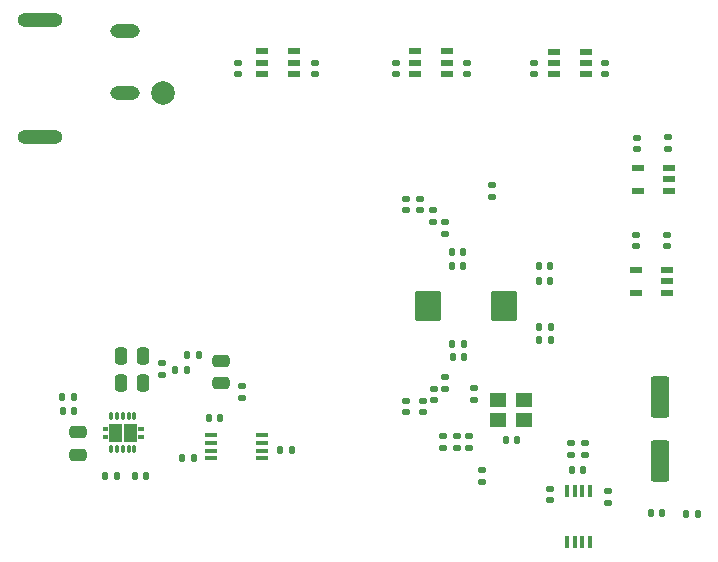
<source format=gbr>
G04 #@! TF.GenerationSoftware,KiCad,Pcbnew,7.0.5-0*
G04 #@! TF.CreationDate,2023-06-09T10:40:46+01:00*
G04 #@! TF.ProjectId,Hashat,48617368-6174-42e6-9b69-6361645f7063,rev?*
G04 #@! TF.SameCoordinates,Original*
G04 #@! TF.FileFunction,Paste,Bot*
G04 #@! TF.FilePolarity,Positive*
%FSLAX46Y46*%
G04 Gerber Fmt 4.6, Leading zero omitted, Abs format (unit mm)*
G04 Created by KiCad (PCBNEW 7.0.5-0) date 2023-06-09 10:40:46*
%MOMM*%
%LPD*%
G01*
G04 APERTURE LIST*
G04 Aperture macros list*
%AMRoundRect*
0 Rectangle with rounded corners*
0 $1 Rounding radius*
0 $2 $3 $4 $5 $6 $7 $8 $9 X,Y pos of 4 corners*
0 Add a 4 corners polygon primitive as box body*
4,1,4,$2,$3,$4,$5,$6,$7,$8,$9,$2,$3,0*
0 Add four circle primitives for the rounded corners*
1,1,$1+$1,$2,$3*
1,1,$1+$1,$4,$5*
1,1,$1+$1,$6,$7*
1,1,$1+$1,$8,$9*
0 Add four rect primitives between the rounded corners*
20,1,$1+$1,$2,$3,$4,$5,0*
20,1,$1+$1,$4,$5,$6,$7,0*
20,1,$1+$1,$6,$7,$8,$9,0*
20,1,$1+$1,$8,$9,$2,$3,0*%
G04 Aperture macros list end*
%ADD10C,0.001000*%
%ADD11O,3.800000X1.200000*%
%ADD12O,2.500000X1.200000*%
%ADD13C,2.000000*%
%ADD14RoundRect,0.135000X0.135000X0.185000X-0.135000X0.185000X-0.135000X-0.185000X0.135000X-0.185000X0*%
%ADD15R,1.100000X0.600000*%
%ADD16RoundRect,0.140000X-0.140000X-0.170000X0.140000X-0.170000X0.140000X0.170000X-0.140000X0.170000X0*%
%ADD17RoundRect,0.250000X0.550000X-1.500000X0.550000X1.500000X-0.550000X1.500000X-0.550000X-1.500000X0*%
%ADD18RoundRect,0.140000X0.170000X-0.140000X0.170000X0.140000X-0.170000X0.140000X-0.170000X-0.140000X0*%
%ADD19R,0.400000X1.100000*%
%ADD20R,1.000000X0.600000*%
%ADD21RoundRect,0.135000X0.185000X-0.135000X0.185000X0.135000X-0.185000X0.135000X-0.185000X-0.135000X0*%
%ADD22RoundRect,0.135000X-0.185000X0.135000X-0.185000X-0.135000X0.185000X-0.135000X0.185000X0.135000X0*%
%ADD23RoundRect,0.007874X-0.112126X0.292126X-0.112126X-0.292126X0.112126X-0.292126X0.112126X0.292126X0*%
%ADD24R,1.400000X1.200000*%
%ADD25R,1.100000X0.400000*%
%ADD26RoundRect,0.140000X0.140000X0.170000X-0.140000X0.170000X-0.140000X-0.170000X0.140000X-0.170000X0*%
%ADD27RoundRect,0.250000X-0.250000X-0.475000X0.250000X-0.475000X0.250000X0.475000X-0.250000X0.475000X0*%
%ADD28RoundRect,0.140000X-0.170000X0.140000X-0.170000X-0.140000X0.170000X-0.140000X0.170000X0.140000X0*%
%ADD29RoundRect,0.135000X-0.135000X-0.185000X0.135000X-0.185000X0.135000X0.185000X-0.135000X0.185000X0*%
%ADD30RoundRect,0.250000X-0.875000X-1.025000X0.875000X-1.025000X0.875000X1.025000X-0.875000X1.025000X0*%
%ADD31RoundRect,0.250000X-0.475000X0.250000X-0.475000X-0.250000X0.475000X-0.250000X0.475000X0.250000X0*%
%ADD32RoundRect,0.250000X0.475000X-0.250000X0.475000X0.250000X-0.475000X0.250000X-0.475000X-0.250000X0*%
G04 APERTURE END LIST*
D10*
X88889691Y-97703200D02*
X88519691Y-97703200D01*
X88519691Y-97453200D01*
X88889691Y-97453200D01*
X88889691Y-97703200D01*
G36*
X88889691Y-97703200D02*
G01*
X88519691Y-97703200D01*
X88519691Y-97453200D01*
X88889691Y-97453200D01*
X88889691Y-97703200D01*
G37*
X85859691Y-97703200D02*
X85489691Y-97703200D01*
X85489691Y-97453200D01*
X85859691Y-97453200D01*
X85859691Y-97703200D01*
G36*
X85859691Y-97703200D02*
G01*
X85489691Y-97703200D01*
X85489691Y-97453200D01*
X85859691Y-97453200D01*
X85859691Y-97703200D01*
G37*
X88889691Y-98353200D02*
X88519691Y-98353200D01*
X88519691Y-98103200D01*
X88889691Y-98103200D01*
X88889691Y-98353200D01*
G36*
X88889691Y-98353200D02*
G01*
X88519691Y-98353200D01*
X88519691Y-98103200D01*
X88889691Y-98103200D01*
X88889691Y-98353200D01*
G37*
X85859691Y-98353200D02*
X85489691Y-98353200D01*
X85489691Y-98103200D01*
X85859691Y-98103200D01*
X85859691Y-98353200D01*
G36*
X85859691Y-98353200D02*
G01*
X85489691Y-98353200D01*
X85489691Y-98103200D01*
X85859691Y-98103200D01*
X85859691Y-98353200D01*
G37*
X88309691Y-98613200D02*
X87299691Y-98613200D01*
X87299691Y-97163200D01*
X88309691Y-97163200D01*
X88309691Y-98613200D01*
G36*
X88309691Y-98613200D02*
G01*
X87299691Y-98613200D01*
X87299691Y-97163200D01*
X88309691Y-97163200D01*
X88309691Y-98613200D01*
G37*
X87089691Y-98613200D02*
X86079691Y-98613200D01*
X86079691Y-97163200D01*
X87089691Y-97163200D01*
X87089691Y-98613200D01*
G36*
X87089691Y-98613200D02*
G01*
X86079691Y-98613200D01*
X86079691Y-97163200D01*
X87089691Y-97163200D01*
X87089691Y-98613200D01*
G37*
D11*
X80159000Y-63006000D03*
D12*
X87369000Y-63936000D03*
X87369000Y-69136000D03*
D13*
X90619000Y-69136000D03*
D11*
X80159000Y-72866000D03*
D14*
X92678000Y-92592000D03*
X91658000Y-92592000D03*
D15*
X98963000Y-67561000D03*
X98963000Y-66611000D03*
X98963000Y-65661000D03*
X101663000Y-65661000D03*
X101663000Y-66611000D03*
X101663000Y-67561000D03*
D16*
X115108000Y-90424000D03*
X116068000Y-90424000D03*
D17*
X132679000Y-100318000D03*
X132679000Y-94918000D03*
D18*
X111200000Y-96200000D03*
X111200000Y-95240000D03*
D19*
X124821000Y-102902000D03*
X125471000Y-102902000D03*
X126121000Y-102902000D03*
X126771000Y-102902000D03*
X126771000Y-107202000D03*
X126121000Y-107202000D03*
X125471000Y-107202000D03*
X124821000Y-107202000D03*
D20*
X133469000Y-75537000D03*
X133469000Y-76487000D03*
X133469000Y-77437000D03*
X130869000Y-77437000D03*
X130869000Y-75537000D03*
D18*
X96944000Y-67584000D03*
X96944000Y-66624000D03*
X110308000Y-67569000D03*
X110308000Y-66609000D03*
D21*
X116905000Y-95163000D03*
X116905000Y-94143000D03*
D16*
X125214000Y-101101000D03*
X126174000Y-101101000D03*
D18*
X121984000Y-67569000D03*
X121984000Y-66609000D03*
D22*
X90562582Y-92054600D03*
X90562582Y-93074600D03*
D23*
X86189691Y-96503200D03*
X86689691Y-96503200D03*
X87219691Y-96503200D03*
X87689691Y-96503200D03*
X88189691Y-96503200D03*
X88189691Y-99303200D03*
X87689691Y-99303200D03*
X87189691Y-99303200D03*
X86689691Y-99303200D03*
X86189691Y-99303200D03*
D24*
X121182000Y-96903000D03*
X118982000Y-96903000D03*
X118982000Y-95143000D03*
X121182000Y-95143000D03*
D14*
X93252000Y-100099000D03*
X92232000Y-100099000D03*
D25*
X98977000Y-98153000D03*
X98977000Y-98803000D03*
X98977000Y-99453000D03*
X98977000Y-100103000D03*
X94677000Y-100103000D03*
X94677000Y-99453000D03*
X94677000Y-98803000D03*
X94677000Y-98153000D03*
D21*
X116554000Y-99271000D03*
X116554000Y-98251000D03*
D16*
X94509000Y-96715000D03*
X95469000Y-96715000D03*
D15*
X123686000Y-67580000D03*
X123686000Y-66630000D03*
X123686000Y-65680000D03*
X126386000Y-65680000D03*
X126386000Y-66630000D03*
X126386000Y-67580000D03*
D21*
X126300000Y-99854000D03*
X126300000Y-98834000D03*
X115463000Y-99267000D03*
X115463000Y-98247000D03*
D16*
X115078000Y-83784000D03*
X116038000Y-83784000D03*
D26*
X83066000Y-96062000D03*
X82106000Y-96062000D03*
D27*
X87035982Y-91486800D03*
X88935982Y-91486800D03*
D18*
X133351000Y-73902000D03*
X133351000Y-72942000D03*
X130684000Y-82166000D03*
X130684000Y-81206000D03*
D26*
X89201582Y-101609000D03*
X88241582Y-101609000D03*
X123412000Y-83839000D03*
X122452000Y-83839000D03*
D14*
X86741182Y-101604400D03*
X85721182Y-101604400D03*
D21*
X114276000Y-99271000D03*
X114276000Y-98251000D03*
D26*
X132851190Y-104767000D03*
X131891190Y-104767000D03*
D28*
X112352000Y-78126000D03*
X112352000Y-79086000D03*
X113443000Y-79113000D03*
X113443000Y-80073000D03*
D26*
X123445000Y-88967000D03*
X122485000Y-88967000D03*
D14*
X135937190Y-104794000D03*
X134917190Y-104794000D03*
D28*
X114513000Y-80123000D03*
X114513000Y-81083000D03*
D18*
X128039000Y-67574000D03*
X128039000Y-66614000D03*
D29*
X92667000Y-91361600D03*
X93687000Y-91361600D03*
D16*
X119614000Y-98515000D03*
X120574000Y-98515000D03*
D28*
X123384000Y-102675000D03*
X123384000Y-103635000D03*
D20*
X133288000Y-84171000D03*
X133288000Y-85121000D03*
X133288000Y-86071000D03*
X130688000Y-86071000D03*
X130688000Y-84171000D03*
D26*
X123445000Y-90103000D03*
X122485000Y-90103000D03*
D16*
X115088000Y-82608000D03*
X116048000Y-82608000D03*
D14*
X83084382Y-94891000D03*
X82064382Y-94891000D03*
D21*
X118425000Y-77970000D03*
X118425000Y-76950000D03*
D26*
X123415000Y-85080000D03*
X122455000Y-85080000D03*
D16*
X115125000Y-91566000D03*
X116085000Y-91566000D03*
D28*
X112600000Y-95264000D03*
X112600000Y-96224000D03*
D18*
X116368000Y-67587000D03*
X116368000Y-66627000D03*
D30*
X113069000Y-87206000D03*
X119469000Y-87206000D03*
D18*
X130766000Y-73909000D03*
X130766000Y-72949000D03*
D22*
X97283000Y-93959000D03*
X97283000Y-94979000D03*
X125196000Y-98822000D03*
X125196000Y-99842000D03*
D28*
X114484000Y-93260000D03*
X114484000Y-94220000D03*
X113518000Y-94250000D03*
X113518000Y-95210000D03*
D18*
X103438000Y-67569000D03*
X103438000Y-66609000D03*
D31*
X95518000Y-91832000D03*
X95518000Y-93732000D03*
D22*
X128270000Y-102835000D03*
X128270000Y-103855000D03*
D29*
X100509000Y-99442000D03*
X101529000Y-99442000D03*
D27*
X87058382Y-93749000D03*
X88958382Y-93749000D03*
D15*
X111964000Y-67558000D03*
X111964000Y-66608000D03*
X111964000Y-65658000D03*
X114664000Y-65658000D03*
X114664000Y-66608000D03*
X114664000Y-67558000D03*
D21*
X117579000Y-102077000D03*
X117579000Y-101057000D03*
D18*
X111207000Y-79109000D03*
X111207000Y-78149000D03*
X133269000Y-82151000D03*
X133269000Y-81191000D03*
D32*
X83397000Y-99808000D03*
X83397000Y-97908000D03*
M02*

</source>
